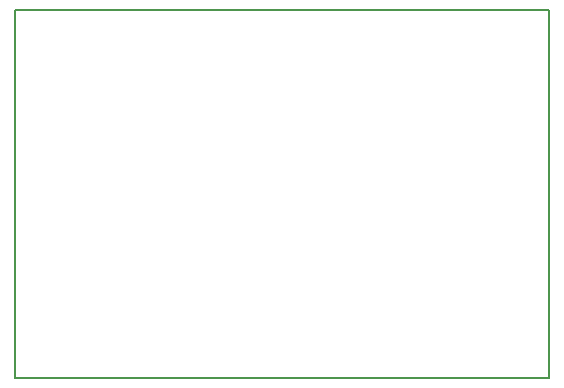
<source format=gbr>
G04 PROTEUS RS274X GERBER FILE*
%FSLAX45Y45*%
%MOMM*%
G01*
%ADD14C,0.203200*%
D14*
X-1016000Y+5019040D02*
X+3512000Y+5019040D01*
X+3512000Y+8128000D01*
X-1016000Y+8128000D01*
X-1016000Y+5019040D01*
M02*

</source>
